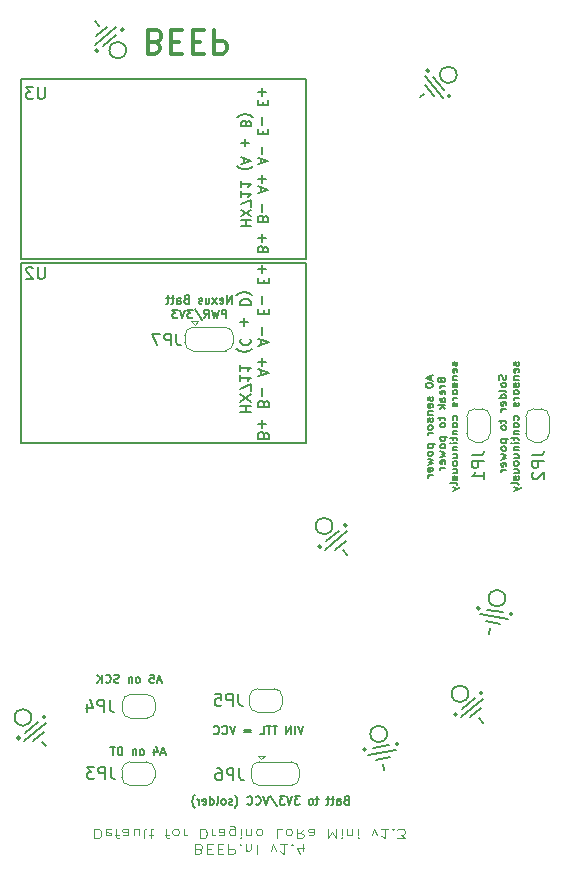
<source format=gbo>
G04 #@! TF.GenerationSoftware,KiCad,Pcbnew,(5.0.0-3-g5ebb6b6)*
G04 #@! TF.CreationDate,2018-08-17T21:51:14+02:00*
G04 #@! TF.ProjectId,beep-pcb-v1.4-in-cover,626565702D7063622D76312E342D696E,rev?*
G04 #@! TF.SameCoordinates,Original*
G04 #@! TF.FileFunction,Legend,Bot*
G04 #@! TF.FilePolarity,Positive*
%FSLAX46Y46*%
G04 Gerber Fmt 4.6, Leading zero omitted, Abs format (unit mm)*
G04 Created by KiCad (PCBNEW (5.0.0-3-g5ebb6b6)) date 2018 August 17, Friday 21:51:14*
%MOMM*%
%LPD*%
G01*
G04 APERTURE LIST*
%ADD10C,0.150000*%
%ADD11C,0.175000*%
%ADD12C,0.200000*%
%ADD13C,0.300000*%
%ADD14C,0.125000*%
%ADD15C,0.120000*%
G04 APERTURE END LIST*
D10*
X95346666Y-91456666D02*
X95346666Y-90756666D01*
X94946666Y-91456666D01*
X94946666Y-90756666D01*
X94346666Y-91423333D02*
X94413333Y-91456666D01*
X94546666Y-91456666D01*
X94613333Y-91423333D01*
X94646666Y-91356666D01*
X94646666Y-91090000D01*
X94613333Y-91023333D01*
X94546666Y-90990000D01*
X94413333Y-90990000D01*
X94346666Y-91023333D01*
X94313333Y-91090000D01*
X94313333Y-91156666D01*
X94646666Y-91223333D01*
X94080000Y-91456666D02*
X93713333Y-90990000D01*
X94080000Y-90990000D02*
X93713333Y-91456666D01*
X93146666Y-90990000D02*
X93146666Y-91456666D01*
X93446666Y-90990000D02*
X93446666Y-91356666D01*
X93413333Y-91423333D01*
X93346666Y-91456666D01*
X93246666Y-91456666D01*
X93180000Y-91423333D01*
X93146666Y-91390000D01*
X92846666Y-91423333D02*
X92780000Y-91456666D01*
X92646666Y-91456666D01*
X92580000Y-91423333D01*
X92546666Y-91356666D01*
X92546666Y-91323333D01*
X92580000Y-91256666D01*
X92646666Y-91223333D01*
X92746666Y-91223333D01*
X92813333Y-91190000D01*
X92846666Y-91123333D01*
X92846666Y-91090000D01*
X92813333Y-91023333D01*
X92746666Y-90990000D01*
X92646666Y-90990000D01*
X92580000Y-91023333D01*
X91480000Y-91090000D02*
X91380000Y-91123333D01*
X91346666Y-91156666D01*
X91313333Y-91223333D01*
X91313333Y-91323333D01*
X91346666Y-91390000D01*
X91380000Y-91423333D01*
X91446666Y-91456666D01*
X91713333Y-91456666D01*
X91713333Y-90756666D01*
X91480000Y-90756666D01*
X91413333Y-90790000D01*
X91380000Y-90823333D01*
X91346666Y-90890000D01*
X91346666Y-90956666D01*
X91380000Y-91023333D01*
X91413333Y-91056666D01*
X91480000Y-91090000D01*
X91713333Y-91090000D01*
X90713333Y-91456666D02*
X90713333Y-91090000D01*
X90746666Y-91023333D01*
X90813333Y-90990000D01*
X90946666Y-90990000D01*
X91013333Y-91023333D01*
X90713333Y-91423333D02*
X90780000Y-91456666D01*
X90946666Y-91456666D01*
X91013333Y-91423333D01*
X91046666Y-91356666D01*
X91046666Y-91290000D01*
X91013333Y-91223333D01*
X90946666Y-91190000D01*
X90780000Y-91190000D01*
X90713333Y-91156666D01*
X90480000Y-90990000D02*
X90213333Y-90990000D01*
X90380000Y-90756666D02*
X90380000Y-91356666D01*
X90346666Y-91423333D01*
X90280000Y-91456666D01*
X90213333Y-91456666D01*
X90080000Y-90990000D02*
X89813333Y-90990000D01*
X89980000Y-90756666D02*
X89980000Y-91356666D01*
X89946666Y-91423333D01*
X89880000Y-91456666D01*
X89813333Y-91456666D01*
X94896666Y-92656666D02*
X94896666Y-91956666D01*
X94630000Y-91956666D01*
X94563333Y-91990000D01*
X94530000Y-92023333D01*
X94496666Y-92090000D01*
X94496666Y-92190000D01*
X94530000Y-92256666D01*
X94563333Y-92290000D01*
X94630000Y-92323333D01*
X94896666Y-92323333D01*
X94263333Y-91956666D02*
X94096666Y-92656666D01*
X93963333Y-92156666D01*
X93830000Y-92656666D01*
X93663333Y-91956666D01*
X92996666Y-92656666D02*
X93230000Y-92323333D01*
X93396666Y-92656666D02*
X93396666Y-91956666D01*
X93130000Y-91956666D01*
X93063333Y-91990000D01*
X93030000Y-92023333D01*
X92996666Y-92090000D01*
X92996666Y-92190000D01*
X93030000Y-92256666D01*
X93063333Y-92290000D01*
X93130000Y-92323333D01*
X93396666Y-92323333D01*
X92196666Y-91923333D02*
X92796666Y-92823333D01*
X92030000Y-91956666D02*
X91596666Y-91956666D01*
X91830000Y-92223333D01*
X91730000Y-92223333D01*
X91663333Y-92256666D01*
X91630000Y-92290000D01*
X91596666Y-92356666D01*
X91596666Y-92523333D01*
X91630000Y-92590000D01*
X91663333Y-92623333D01*
X91730000Y-92656666D01*
X91930000Y-92656666D01*
X91996666Y-92623333D01*
X92030000Y-92590000D01*
X91396666Y-91956666D02*
X91163333Y-92656666D01*
X90930000Y-91956666D01*
X90763333Y-91956666D02*
X90330000Y-91956666D01*
X90563333Y-92223333D01*
X90463333Y-92223333D01*
X90396666Y-92256666D01*
X90363333Y-92290000D01*
X90330000Y-92356666D01*
X90330000Y-92523333D01*
X90363333Y-92590000D01*
X90396666Y-92623333D01*
X90463333Y-92656666D01*
X90663333Y-92656666D01*
X90730000Y-92623333D01*
X90763333Y-92590000D01*
D11*
X105030000Y-133490000D02*
X104930000Y-133523333D01*
X104896666Y-133556666D01*
X104863333Y-133623333D01*
X104863333Y-133723333D01*
X104896666Y-133790000D01*
X104930000Y-133823333D01*
X104996666Y-133856666D01*
X105263333Y-133856666D01*
X105263333Y-133156666D01*
X105030000Y-133156666D01*
X104963333Y-133190000D01*
X104930000Y-133223333D01*
X104896666Y-133290000D01*
X104896666Y-133356666D01*
X104930000Y-133423333D01*
X104963333Y-133456666D01*
X105030000Y-133490000D01*
X105263333Y-133490000D01*
X104263333Y-133856666D02*
X104263333Y-133490000D01*
X104296666Y-133423333D01*
X104363333Y-133390000D01*
X104496666Y-133390000D01*
X104563333Y-133423333D01*
X104263333Y-133823333D02*
X104330000Y-133856666D01*
X104496666Y-133856666D01*
X104563333Y-133823333D01*
X104596666Y-133756666D01*
X104596666Y-133690000D01*
X104563333Y-133623333D01*
X104496666Y-133590000D01*
X104330000Y-133590000D01*
X104263333Y-133556666D01*
X104030000Y-133390000D02*
X103763333Y-133390000D01*
X103930000Y-133156666D02*
X103930000Y-133756666D01*
X103896666Y-133823333D01*
X103830000Y-133856666D01*
X103763333Y-133856666D01*
X103630000Y-133390000D02*
X103363333Y-133390000D01*
X103530000Y-133156666D02*
X103530000Y-133756666D01*
X103496666Y-133823333D01*
X103430000Y-133856666D01*
X103363333Y-133856666D01*
X102696666Y-133390000D02*
X102430000Y-133390000D01*
X102596666Y-133156666D02*
X102596666Y-133756666D01*
X102563333Y-133823333D01*
X102496666Y-133856666D01*
X102430000Y-133856666D01*
X102096666Y-133856666D02*
X102163333Y-133823333D01*
X102196666Y-133790000D01*
X102230000Y-133723333D01*
X102230000Y-133523333D01*
X102196666Y-133456666D01*
X102163333Y-133423333D01*
X102096666Y-133390000D01*
X101996666Y-133390000D01*
X101930000Y-133423333D01*
X101896666Y-133456666D01*
X101863333Y-133523333D01*
X101863333Y-133723333D01*
X101896666Y-133790000D01*
X101930000Y-133823333D01*
X101996666Y-133856666D01*
X102096666Y-133856666D01*
X101096666Y-133156666D02*
X100663333Y-133156666D01*
X100896666Y-133423333D01*
X100796666Y-133423333D01*
X100730000Y-133456666D01*
X100696666Y-133490000D01*
X100663333Y-133556666D01*
X100663333Y-133723333D01*
X100696666Y-133790000D01*
X100730000Y-133823333D01*
X100796666Y-133856666D01*
X100996666Y-133856666D01*
X101063333Y-133823333D01*
X101096666Y-133790000D01*
X100463333Y-133156666D02*
X100230000Y-133856666D01*
X99996666Y-133156666D01*
X99830000Y-133156666D02*
X99396666Y-133156666D01*
X99630000Y-133423333D01*
X99530000Y-133423333D01*
X99463333Y-133456666D01*
X99430000Y-133490000D01*
X99396666Y-133556666D01*
X99396666Y-133723333D01*
X99430000Y-133790000D01*
X99463333Y-133823333D01*
X99530000Y-133856666D01*
X99730000Y-133856666D01*
X99796666Y-133823333D01*
X99830000Y-133790000D01*
X98596666Y-133123333D02*
X99196666Y-134023333D01*
X98463333Y-133156666D02*
X98230000Y-133856666D01*
X97996666Y-133156666D01*
X97363333Y-133790000D02*
X97396666Y-133823333D01*
X97496666Y-133856666D01*
X97563333Y-133856666D01*
X97663333Y-133823333D01*
X97730000Y-133756666D01*
X97763333Y-133690000D01*
X97796666Y-133556666D01*
X97796666Y-133456666D01*
X97763333Y-133323333D01*
X97730000Y-133256666D01*
X97663333Y-133190000D01*
X97563333Y-133156666D01*
X97496666Y-133156666D01*
X97396666Y-133190000D01*
X97363333Y-133223333D01*
X96663333Y-133790000D02*
X96696666Y-133823333D01*
X96796666Y-133856666D01*
X96863333Y-133856666D01*
X96963333Y-133823333D01*
X97030000Y-133756666D01*
X97063333Y-133690000D01*
X97096666Y-133556666D01*
X97096666Y-133456666D01*
X97063333Y-133323333D01*
X97030000Y-133256666D01*
X96963333Y-133190000D01*
X96863333Y-133156666D01*
X96796666Y-133156666D01*
X96696666Y-133190000D01*
X96663333Y-133223333D01*
X95630000Y-134123333D02*
X95663333Y-134090000D01*
X95730000Y-133990000D01*
X95763333Y-133923333D01*
X95796666Y-133823333D01*
X95830000Y-133656666D01*
X95830000Y-133523333D01*
X95796666Y-133356666D01*
X95763333Y-133256666D01*
X95730000Y-133190000D01*
X95663333Y-133090000D01*
X95630000Y-133056666D01*
X95396666Y-133823333D02*
X95330000Y-133856666D01*
X95196666Y-133856666D01*
X95130000Y-133823333D01*
X95096666Y-133756666D01*
X95096666Y-133723333D01*
X95130000Y-133656666D01*
X95196666Y-133623333D01*
X95296666Y-133623333D01*
X95363333Y-133590000D01*
X95396666Y-133523333D01*
X95396666Y-133490000D01*
X95363333Y-133423333D01*
X95296666Y-133390000D01*
X95196666Y-133390000D01*
X95130000Y-133423333D01*
X94696666Y-133856666D02*
X94763333Y-133823333D01*
X94796666Y-133790000D01*
X94830000Y-133723333D01*
X94830000Y-133523333D01*
X94796666Y-133456666D01*
X94763333Y-133423333D01*
X94696666Y-133390000D01*
X94596666Y-133390000D01*
X94530000Y-133423333D01*
X94496666Y-133456666D01*
X94463333Y-133523333D01*
X94463333Y-133723333D01*
X94496666Y-133790000D01*
X94530000Y-133823333D01*
X94596666Y-133856666D01*
X94696666Y-133856666D01*
X94063333Y-133856666D02*
X94130000Y-133823333D01*
X94163333Y-133756666D01*
X94163333Y-133156666D01*
X93496666Y-133856666D02*
X93496666Y-133156666D01*
X93496666Y-133823333D02*
X93563333Y-133856666D01*
X93696666Y-133856666D01*
X93763333Y-133823333D01*
X93796666Y-133790000D01*
X93830000Y-133723333D01*
X93830000Y-133523333D01*
X93796666Y-133456666D01*
X93763333Y-133423333D01*
X93696666Y-133390000D01*
X93563333Y-133390000D01*
X93496666Y-133423333D01*
X92896666Y-133823333D02*
X92963333Y-133856666D01*
X93096666Y-133856666D01*
X93163333Y-133823333D01*
X93196666Y-133756666D01*
X93196666Y-133490000D01*
X93163333Y-133423333D01*
X93096666Y-133390000D01*
X92963333Y-133390000D01*
X92896666Y-133423333D01*
X92863333Y-133490000D01*
X92863333Y-133556666D01*
X93196666Y-133623333D01*
X92563333Y-133856666D02*
X92563333Y-133390000D01*
X92563333Y-133523333D02*
X92530000Y-133456666D01*
X92496666Y-133423333D01*
X92430000Y-133390000D01*
X92363333Y-133390000D01*
X92196666Y-134123333D02*
X92163333Y-134090000D01*
X92096666Y-133990000D01*
X92063333Y-133923333D01*
X92030000Y-133823333D01*
X91996666Y-133656666D01*
X91996666Y-133523333D01*
X92030000Y-133356666D01*
X92063333Y-133256666D01*
X92096666Y-133190000D01*
X92163333Y-133090000D01*
X92196666Y-133056666D01*
D12*
X105116588Y-110736559D02*
X103278081Y-112279249D01*
X104412171Y-110674930D02*
X103339710Y-111574833D01*
X104978355Y-111505253D02*
X104059102Y-112276598D01*
X105089822Y-110224979D02*
G75*
G03X105089822Y-110224979I-141420J0D01*
G01*
X102944899Y-112024785D02*
G75*
G03X102944899Y-112024785I-141420J0D01*
G01*
X104763518Y-112338227D02*
X105084912Y-112721250D01*
X103875980Y-110282233D02*
G75*
G03X103875980Y-110282233I-707107J0D01*
G01*
X78912171Y-126874930D02*
X77839710Y-127774833D01*
X79478355Y-127705253D02*
X78559102Y-128476598D01*
X77444899Y-128224785D02*
G75*
G03X77444899Y-128224785I-141420J0D01*
G01*
X78375980Y-126482233D02*
G75*
G03X78375980Y-126482233I-707107J0D01*
G01*
X79589822Y-126424979D02*
G75*
G03X79589822Y-126424979I-141420J0D01*
G01*
X79616588Y-126936559D02*
X77778081Y-128479249D01*
X79263518Y-128538227D02*
X79584912Y-128921250D01*
X116372278Y-117234207D02*
G75*
G03X116372278Y-117234207I-141421J0D01*
G01*
X118507706Y-116394024D02*
G75*
G03X118507706Y-116394024I-707107J0D01*
G01*
X117250635Y-118937162D02*
X117163810Y-119429565D01*
X119129738Y-117720421D02*
G75*
G03X119129738Y-117720421I-141420J0D01*
G01*
X118704533Y-118178096D02*
X116340994Y-117761340D01*
X118298953Y-117598867D02*
X116920223Y-117355761D01*
X118026825Y-118566310D02*
X116845056Y-118357933D01*
X108665335Y-128849832D02*
X107286605Y-129092940D01*
X108740503Y-129852004D02*
X107558734Y-130060382D01*
X106738659Y-129214494D02*
G75*
G03X106738659Y-129214494I-141420J0D01*
G01*
X108492061Y-127888097D02*
G75*
G03X108492061Y-127888097I-707106J0D01*
G01*
X109496120Y-128728278D02*
G75*
G03X109496120Y-128728278I-141420J0D01*
G01*
X109244563Y-129255412D02*
X106881024Y-129672168D01*
X108137962Y-130465963D02*
X108224785Y-130958367D01*
X114444899Y-126224785D02*
G75*
G03X114444899Y-126224785I-141420J0D01*
G01*
X115375980Y-124482233D02*
G75*
G03X115375980Y-124482233I-707107J0D01*
G01*
X115912171Y-124874930D02*
X114839710Y-125774833D01*
X116478355Y-125705253D02*
X115559102Y-126476598D01*
X116616588Y-124936559D02*
X114778081Y-126479249D01*
X116263518Y-126538227D02*
X116584912Y-126921250D01*
X116589822Y-124424979D02*
G75*
G03X116589822Y-124424979I-141420J0D01*
G01*
X112464747Y-73888355D02*
X111693402Y-72969102D01*
X113233441Y-74026588D02*
X111690751Y-72188081D01*
X113295070Y-73322171D02*
X112395167Y-72249710D01*
X114394874Y-72078873D02*
G75*
G03X114394874Y-72078873I-707107J0D01*
G01*
X112086635Y-71713479D02*
G75*
G03X112086635Y-71713479I-141420J0D01*
G01*
X111631773Y-73673518D02*
X111248750Y-73994912D01*
X113886441Y-73858402D02*
G75*
G03X113886441Y-73858402I-141420J0D01*
G01*
X84058422Y-70048767D02*
G75*
G03X84058422Y-70048767I-141420J0D01*
G01*
X84101886Y-67935519D02*
X83780492Y-67552496D01*
X86403638Y-69991513D02*
G75*
G03X86403638Y-69991513I-707107J0D01*
G01*
X83748816Y-69537187D02*
X85587323Y-67994497D01*
X83887049Y-68768493D02*
X84806302Y-67997148D01*
X86203345Y-68248961D02*
G75*
G03X86203345Y-68248961I-141420J0D01*
G01*
X84453233Y-69598816D02*
X85525694Y-68698913D01*
D13*
X88883653Y-69321176D02*
X89169367Y-69225938D01*
X89264605Y-69130699D01*
X89359843Y-68940223D01*
X89359843Y-68654509D01*
X89264605Y-68464033D01*
X89169367Y-68368795D01*
X88978891Y-68273557D01*
X88216986Y-68273557D01*
X88216986Y-70273557D01*
X88883653Y-70273557D01*
X89074129Y-70178319D01*
X89169367Y-70083080D01*
X89264605Y-69892604D01*
X89264605Y-69702128D01*
X89169367Y-69511652D01*
X89074129Y-69416414D01*
X88883653Y-69321176D01*
X88216986Y-69321176D01*
X90216986Y-69321176D02*
X90883653Y-69321176D01*
X91169367Y-68273557D02*
X90216986Y-68273557D01*
X90216986Y-70273557D01*
X91169367Y-70273557D01*
X92026510Y-69321176D02*
X92693177Y-69321176D01*
X92978891Y-68273557D02*
X92026510Y-68273557D01*
X92026510Y-70273557D01*
X92978891Y-70273557D01*
X93836034Y-68273557D02*
X93836034Y-70273557D01*
X94597939Y-70273557D01*
X94788415Y-70178319D01*
X94883653Y-70083080D01*
X94978891Y-69892604D01*
X94978891Y-69606890D01*
X94883653Y-69416414D01*
X94788415Y-69321176D01*
X94597939Y-69225938D01*
X93836034Y-69225938D01*
D10*
X118547857Y-97473333D02*
X118576428Y-97573333D01*
X118576428Y-97740000D01*
X118547857Y-97806666D01*
X118519285Y-97840000D01*
X118462142Y-97873333D01*
X118405000Y-97873333D01*
X118347857Y-97840000D01*
X118319285Y-97806666D01*
X118290714Y-97740000D01*
X118262142Y-97606666D01*
X118233571Y-97540000D01*
X118205000Y-97506666D01*
X118147857Y-97473333D01*
X118090714Y-97473333D01*
X118033571Y-97506666D01*
X118005000Y-97540000D01*
X117976428Y-97606666D01*
X117976428Y-97773333D01*
X118005000Y-97873333D01*
X118576428Y-98273333D02*
X118547857Y-98206666D01*
X118519285Y-98173333D01*
X118462142Y-98140000D01*
X118290714Y-98140000D01*
X118233571Y-98173333D01*
X118205000Y-98206666D01*
X118176428Y-98273333D01*
X118176428Y-98373333D01*
X118205000Y-98440000D01*
X118233571Y-98473333D01*
X118290714Y-98506666D01*
X118462142Y-98506666D01*
X118519285Y-98473333D01*
X118547857Y-98440000D01*
X118576428Y-98373333D01*
X118576428Y-98273333D01*
X118576428Y-98906666D02*
X118547857Y-98840000D01*
X118490714Y-98806666D01*
X117976428Y-98806666D01*
X118576428Y-99473333D02*
X117976428Y-99473333D01*
X118547857Y-99473333D02*
X118576428Y-99406666D01*
X118576428Y-99273333D01*
X118547857Y-99206666D01*
X118519285Y-99173333D01*
X118462142Y-99140000D01*
X118290714Y-99140000D01*
X118233571Y-99173333D01*
X118205000Y-99206666D01*
X118176428Y-99273333D01*
X118176428Y-99406666D01*
X118205000Y-99473333D01*
X118547857Y-100073333D02*
X118576428Y-100006666D01*
X118576428Y-99873333D01*
X118547857Y-99806666D01*
X118490714Y-99773333D01*
X118262142Y-99773333D01*
X118205000Y-99806666D01*
X118176428Y-99873333D01*
X118176428Y-100006666D01*
X118205000Y-100073333D01*
X118262142Y-100106666D01*
X118319285Y-100106666D01*
X118376428Y-99773333D01*
X118576428Y-100406666D02*
X118176428Y-100406666D01*
X118290714Y-100406666D02*
X118233571Y-100440000D01*
X118205000Y-100473333D01*
X118176428Y-100540000D01*
X118176428Y-100606666D01*
X118176428Y-101273333D02*
X118176428Y-101540000D01*
X117976428Y-101373333D02*
X118490714Y-101373333D01*
X118547857Y-101406666D01*
X118576428Y-101473333D01*
X118576428Y-101540000D01*
X118576428Y-101873333D02*
X118547857Y-101806666D01*
X118519285Y-101773333D01*
X118462142Y-101740000D01*
X118290714Y-101740000D01*
X118233571Y-101773333D01*
X118205000Y-101806666D01*
X118176428Y-101873333D01*
X118176428Y-101973333D01*
X118205000Y-102040000D01*
X118233571Y-102073333D01*
X118290714Y-102106666D01*
X118462142Y-102106666D01*
X118519285Y-102073333D01*
X118547857Y-102040000D01*
X118576428Y-101973333D01*
X118576428Y-101873333D01*
X118176428Y-102940000D02*
X118776428Y-102940000D01*
X118205000Y-102940000D02*
X118176428Y-103006666D01*
X118176428Y-103140000D01*
X118205000Y-103206666D01*
X118233571Y-103240000D01*
X118290714Y-103273333D01*
X118462142Y-103273333D01*
X118519285Y-103240000D01*
X118547857Y-103206666D01*
X118576428Y-103140000D01*
X118576428Y-103006666D01*
X118547857Y-102940000D01*
X118576428Y-103673333D02*
X118547857Y-103606666D01*
X118519285Y-103573333D01*
X118462142Y-103540000D01*
X118290714Y-103540000D01*
X118233571Y-103573333D01*
X118205000Y-103606666D01*
X118176428Y-103673333D01*
X118176428Y-103773333D01*
X118205000Y-103840000D01*
X118233571Y-103873333D01*
X118290714Y-103906666D01*
X118462142Y-103906666D01*
X118519285Y-103873333D01*
X118547857Y-103840000D01*
X118576428Y-103773333D01*
X118576428Y-103673333D01*
X118176428Y-104140000D02*
X118576428Y-104273333D01*
X118290714Y-104406666D01*
X118576428Y-104540000D01*
X118176428Y-104673333D01*
X118547857Y-105206666D02*
X118576428Y-105140000D01*
X118576428Y-105006666D01*
X118547857Y-104940000D01*
X118490714Y-104906666D01*
X118262142Y-104906666D01*
X118205000Y-104940000D01*
X118176428Y-105006666D01*
X118176428Y-105140000D01*
X118205000Y-105206666D01*
X118262142Y-105240000D01*
X118319285Y-105240000D01*
X118376428Y-104906666D01*
X118576428Y-105540000D02*
X118176428Y-105540000D01*
X118290714Y-105540000D02*
X118233571Y-105573333D01*
X118205000Y-105606666D01*
X118176428Y-105673333D01*
X118176428Y-105740000D01*
X119597857Y-96406666D02*
X119626428Y-96473333D01*
X119626428Y-96606666D01*
X119597857Y-96673333D01*
X119540714Y-96706666D01*
X119512142Y-96706666D01*
X119455000Y-96673333D01*
X119426428Y-96606666D01*
X119426428Y-96506666D01*
X119397857Y-96440000D01*
X119340714Y-96406666D01*
X119312142Y-96406666D01*
X119255000Y-96440000D01*
X119226428Y-96506666D01*
X119226428Y-96606666D01*
X119255000Y-96673333D01*
X119597857Y-97273333D02*
X119626428Y-97206666D01*
X119626428Y-97073333D01*
X119597857Y-97006666D01*
X119540714Y-96973333D01*
X119312142Y-96973333D01*
X119255000Y-97006666D01*
X119226428Y-97073333D01*
X119226428Y-97206666D01*
X119255000Y-97273333D01*
X119312142Y-97306666D01*
X119369285Y-97306666D01*
X119426428Y-96973333D01*
X119226428Y-97606666D02*
X119626428Y-97606666D01*
X119283571Y-97606666D02*
X119255000Y-97640000D01*
X119226428Y-97706666D01*
X119226428Y-97806666D01*
X119255000Y-97873333D01*
X119312142Y-97906666D01*
X119626428Y-97906666D01*
X119597857Y-98206666D02*
X119626428Y-98273333D01*
X119626428Y-98406666D01*
X119597857Y-98473333D01*
X119540714Y-98506666D01*
X119512142Y-98506666D01*
X119455000Y-98473333D01*
X119426428Y-98406666D01*
X119426428Y-98306666D01*
X119397857Y-98240000D01*
X119340714Y-98206666D01*
X119312142Y-98206666D01*
X119255000Y-98240000D01*
X119226428Y-98306666D01*
X119226428Y-98406666D01*
X119255000Y-98473333D01*
X119626428Y-98906666D02*
X119597857Y-98840000D01*
X119569285Y-98806666D01*
X119512142Y-98773333D01*
X119340714Y-98773333D01*
X119283571Y-98806666D01*
X119255000Y-98840000D01*
X119226428Y-98906666D01*
X119226428Y-99006666D01*
X119255000Y-99073333D01*
X119283571Y-99106666D01*
X119340714Y-99140000D01*
X119512142Y-99140000D01*
X119569285Y-99106666D01*
X119597857Y-99073333D01*
X119626428Y-99006666D01*
X119626428Y-98906666D01*
X119626428Y-99440000D02*
X119226428Y-99440000D01*
X119340714Y-99440000D02*
X119283571Y-99473333D01*
X119255000Y-99506666D01*
X119226428Y-99573333D01*
X119226428Y-99640000D01*
X119597857Y-99840000D02*
X119626428Y-99906666D01*
X119626428Y-100040000D01*
X119597857Y-100106666D01*
X119540714Y-100140000D01*
X119512142Y-100140000D01*
X119455000Y-100106666D01*
X119426428Y-100040000D01*
X119426428Y-99940000D01*
X119397857Y-99873333D01*
X119340714Y-99840000D01*
X119312142Y-99840000D01*
X119255000Y-99873333D01*
X119226428Y-99940000D01*
X119226428Y-100040000D01*
X119255000Y-100106666D01*
X119597857Y-101273333D02*
X119626428Y-101206666D01*
X119626428Y-101073333D01*
X119597857Y-101006666D01*
X119569285Y-100973333D01*
X119512142Y-100940000D01*
X119340714Y-100940000D01*
X119283571Y-100973333D01*
X119255000Y-101006666D01*
X119226428Y-101073333D01*
X119226428Y-101206666D01*
X119255000Y-101273333D01*
X119626428Y-101673333D02*
X119597857Y-101606666D01*
X119569285Y-101573333D01*
X119512142Y-101540000D01*
X119340714Y-101540000D01*
X119283571Y-101573333D01*
X119255000Y-101606666D01*
X119226428Y-101673333D01*
X119226428Y-101773333D01*
X119255000Y-101840000D01*
X119283571Y-101873333D01*
X119340714Y-101906666D01*
X119512142Y-101906666D01*
X119569285Y-101873333D01*
X119597857Y-101840000D01*
X119626428Y-101773333D01*
X119626428Y-101673333D01*
X119226428Y-102206666D02*
X119626428Y-102206666D01*
X119283571Y-102206666D02*
X119255000Y-102240000D01*
X119226428Y-102306666D01*
X119226428Y-102406666D01*
X119255000Y-102473333D01*
X119312142Y-102506666D01*
X119626428Y-102506666D01*
X119226428Y-102740000D02*
X119226428Y-103006666D01*
X119026428Y-102840000D02*
X119540714Y-102840000D01*
X119597857Y-102873333D01*
X119626428Y-102940000D01*
X119626428Y-103006666D01*
X119626428Y-103240000D02*
X119226428Y-103240000D01*
X119026428Y-103240000D02*
X119055000Y-103206666D01*
X119083571Y-103240000D01*
X119055000Y-103273333D01*
X119026428Y-103240000D01*
X119083571Y-103240000D01*
X119226428Y-103573333D02*
X119626428Y-103573333D01*
X119283571Y-103573333D02*
X119255000Y-103606666D01*
X119226428Y-103673333D01*
X119226428Y-103773333D01*
X119255000Y-103840000D01*
X119312142Y-103873333D01*
X119626428Y-103873333D01*
X119226428Y-104506666D02*
X119626428Y-104506666D01*
X119226428Y-104206666D02*
X119540714Y-104206666D01*
X119597857Y-104240000D01*
X119626428Y-104306666D01*
X119626428Y-104406666D01*
X119597857Y-104473333D01*
X119569285Y-104506666D01*
X119626428Y-104940000D02*
X119597857Y-104873333D01*
X119569285Y-104840000D01*
X119512142Y-104806666D01*
X119340714Y-104806666D01*
X119283571Y-104840000D01*
X119255000Y-104873333D01*
X119226428Y-104940000D01*
X119226428Y-105040000D01*
X119255000Y-105106666D01*
X119283571Y-105140000D01*
X119340714Y-105173333D01*
X119512142Y-105173333D01*
X119569285Y-105140000D01*
X119597857Y-105106666D01*
X119626428Y-105040000D01*
X119626428Y-104940000D01*
X119226428Y-105773333D02*
X119626428Y-105773333D01*
X119226428Y-105473333D02*
X119540714Y-105473333D01*
X119597857Y-105506666D01*
X119626428Y-105573333D01*
X119626428Y-105673333D01*
X119597857Y-105740000D01*
X119569285Y-105773333D01*
X119597857Y-106073333D02*
X119626428Y-106140000D01*
X119626428Y-106273333D01*
X119597857Y-106340000D01*
X119540714Y-106373333D01*
X119512142Y-106373333D01*
X119455000Y-106340000D01*
X119426428Y-106273333D01*
X119426428Y-106173333D01*
X119397857Y-106106666D01*
X119340714Y-106073333D01*
X119312142Y-106073333D01*
X119255000Y-106106666D01*
X119226428Y-106173333D01*
X119226428Y-106273333D01*
X119255000Y-106340000D01*
X119626428Y-106773333D02*
X119597857Y-106706666D01*
X119540714Y-106673333D01*
X119026428Y-106673333D01*
X119226428Y-106973333D02*
X119626428Y-107140000D01*
X119226428Y-107306666D02*
X119626428Y-107140000D01*
X119769285Y-107073333D01*
X119797857Y-107040000D01*
X119826428Y-106973333D01*
D14*
X92591904Y-137659642D02*
X92734761Y-137621547D01*
X92782380Y-137583452D01*
X92830000Y-137507261D01*
X92830000Y-137392976D01*
X92782380Y-137316785D01*
X92734761Y-137278690D01*
X92639523Y-137240595D01*
X92258571Y-137240595D01*
X92258571Y-138040595D01*
X92591904Y-138040595D01*
X92687142Y-138002500D01*
X92734761Y-137964404D01*
X92782380Y-137888214D01*
X92782380Y-137812023D01*
X92734761Y-137735833D01*
X92687142Y-137697738D01*
X92591904Y-137659642D01*
X92258571Y-137659642D01*
X93258571Y-137659642D02*
X93591904Y-137659642D01*
X93734761Y-137240595D02*
X93258571Y-137240595D01*
X93258571Y-138040595D01*
X93734761Y-138040595D01*
X94163333Y-137659642D02*
X94496666Y-137659642D01*
X94639523Y-137240595D02*
X94163333Y-137240595D01*
X94163333Y-138040595D01*
X94639523Y-138040595D01*
X95068095Y-137240595D02*
X95068095Y-138040595D01*
X95449047Y-138040595D01*
X95544285Y-138002500D01*
X95591904Y-137964404D01*
X95639523Y-137888214D01*
X95639523Y-137773928D01*
X95591904Y-137697738D01*
X95544285Y-137659642D01*
X95449047Y-137621547D01*
X95068095Y-137621547D01*
X96068095Y-137316785D02*
X96115714Y-137278690D01*
X96068095Y-137240595D01*
X96020476Y-137278690D01*
X96068095Y-137316785D01*
X96068095Y-137240595D01*
X96544285Y-137773928D02*
X96544285Y-137240595D01*
X96544285Y-137697738D02*
X96591904Y-137735833D01*
X96687142Y-137773928D01*
X96830000Y-137773928D01*
X96925238Y-137735833D01*
X96972857Y-137659642D01*
X96972857Y-137240595D01*
X97591904Y-137240595D02*
X97496666Y-137278690D01*
X97449047Y-137354880D01*
X97449047Y-138040595D01*
X98639523Y-137773928D02*
X98877619Y-137240595D01*
X99115714Y-137773928D01*
X100020476Y-137240595D02*
X99449047Y-137240595D01*
X99734761Y-137240595D02*
X99734761Y-138040595D01*
X99639523Y-137926309D01*
X99544285Y-137850119D01*
X99449047Y-137812023D01*
X100449047Y-137316785D02*
X100496666Y-137278690D01*
X100449047Y-137240595D01*
X100401428Y-137278690D01*
X100449047Y-137316785D01*
X100449047Y-137240595D01*
X101353809Y-137773928D02*
X101353809Y-137240595D01*
X101115714Y-138078690D02*
X100877619Y-137507261D01*
X101496666Y-137507261D01*
X83710952Y-135915595D02*
X83710952Y-136715595D01*
X83949047Y-136715595D01*
X84091904Y-136677500D01*
X84187142Y-136601309D01*
X84234761Y-136525119D01*
X84282380Y-136372738D01*
X84282380Y-136258452D01*
X84234761Y-136106071D01*
X84187142Y-136029880D01*
X84091904Y-135953690D01*
X83949047Y-135915595D01*
X83710952Y-135915595D01*
X85091904Y-135953690D02*
X84996666Y-135915595D01*
X84806190Y-135915595D01*
X84710952Y-135953690D01*
X84663333Y-136029880D01*
X84663333Y-136334642D01*
X84710952Y-136410833D01*
X84806190Y-136448928D01*
X84996666Y-136448928D01*
X85091904Y-136410833D01*
X85139523Y-136334642D01*
X85139523Y-136258452D01*
X84663333Y-136182261D01*
X85425238Y-136448928D02*
X85806190Y-136448928D01*
X85568095Y-135915595D02*
X85568095Y-136601309D01*
X85615714Y-136677500D01*
X85710952Y-136715595D01*
X85806190Y-136715595D01*
X86568095Y-135915595D02*
X86568095Y-136334642D01*
X86520476Y-136410833D01*
X86425238Y-136448928D01*
X86234761Y-136448928D01*
X86139523Y-136410833D01*
X86568095Y-135953690D02*
X86472857Y-135915595D01*
X86234761Y-135915595D01*
X86139523Y-135953690D01*
X86091904Y-136029880D01*
X86091904Y-136106071D01*
X86139523Y-136182261D01*
X86234761Y-136220357D01*
X86472857Y-136220357D01*
X86568095Y-136258452D01*
X87472857Y-136448928D02*
X87472857Y-135915595D01*
X87044285Y-136448928D02*
X87044285Y-136029880D01*
X87091904Y-135953690D01*
X87187142Y-135915595D01*
X87330000Y-135915595D01*
X87425238Y-135953690D01*
X87472857Y-135991785D01*
X88091904Y-135915595D02*
X87996666Y-135953690D01*
X87949047Y-136029880D01*
X87949047Y-136715595D01*
X88330000Y-136448928D02*
X88710952Y-136448928D01*
X88472857Y-136715595D02*
X88472857Y-136029880D01*
X88520476Y-135953690D01*
X88615714Y-135915595D01*
X88710952Y-135915595D01*
X89663333Y-136448928D02*
X90044285Y-136448928D01*
X89806190Y-135915595D02*
X89806190Y-136601309D01*
X89853809Y-136677500D01*
X89949047Y-136715595D01*
X90044285Y-136715595D01*
X90520476Y-135915595D02*
X90425238Y-135953690D01*
X90377619Y-135991785D01*
X90329999Y-136067976D01*
X90329999Y-136296547D01*
X90377619Y-136372738D01*
X90425238Y-136410833D01*
X90520476Y-136448928D01*
X90663333Y-136448928D01*
X90758571Y-136410833D01*
X90806190Y-136372738D01*
X90853809Y-136296547D01*
X90853809Y-136067976D01*
X90806190Y-135991785D01*
X90758571Y-135953690D01*
X90663333Y-135915595D01*
X90520476Y-135915595D01*
X91282380Y-135915595D02*
X91282380Y-136448928D01*
X91282380Y-136296547D02*
X91329999Y-136372738D01*
X91377619Y-136410833D01*
X91472857Y-136448928D01*
X91568095Y-136448928D01*
X92663333Y-135915595D02*
X92663333Y-136715595D01*
X92901428Y-136715595D01*
X93044285Y-136677500D01*
X93139523Y-136601309D01*
X93187142Y-136525119D01*
X93234761Y-136372738D01*
X93234761Y-136258452D01*
X93187142Y-136106071D01*
X93139523Y-136029880D01*
X93044285Y-135953690D01*
X92901428Y-135915595D01*
X92663333Y-135915595D01*
X93663333Y-135915595D02*
X93663333Y-136448928D01*
X93663333Y-136296547D02*
X93710952Y-136372738D01*
X93758571Y-136410833D01*
X93853809Y-136448928D01*
X93949047Y-136448928D01*
X94710952Y-135915595D02*
X94710952Y-136334642D01*
X94663333Y-136410833D01*
X94568095Y-136448928D01*
X94377619Y-136448928D01*
X94282380Y-136410833D01*
X94710952Y-135953690D02*
X94615714Y-135915595D01*
X94377619Y-135915595D01*
X94282380Y-135953690D01*
X94234761Y-136029880D01*
X94234761Y-136106071D01*
X94282380Y-136182261D01*
X94377619Y-136220357D01*
X94615714Y-136220357D01*
X94710952Y-136258452D01*
X95615714Y-136448928D02*
X95615714Y-135801309D01*
X95568095Y-135725119D01*
X95520476Y-135687023D01*
X95425238Y-135648928D01*
X95282380Y-135648928D01*
X95187142Y-135687023D01*
X95615714Y-135953690D02*
X95520476Y-135915595D01*
X95329999Y-135915595D01*
X95234761Y-135953690D01*
X95187142Y-135991785D01*
X95139523Y-136067976D01*
X95139523Y-136296547D01*
X95187142Y-136372738D01*
X95234761Y-136410833D01*
X95329999Y-136448928D01*
X95520476Y-136448928D01*
X95615714Y-136410833D01*
X96091904Y-135915595D02*
X96091904Y-136448928D01*
X96091904Y-136715595D02*
X96044285Y-136677500D01*
X96091904Y-136639404D01*
X96139523Y-136677500D01*
X96091904Y-136715595D01*
X96091904Y-136639404D01*
X96568095Y-136448928D02*
X96568095Y-135915595D01*
X96568095Y-136372738D02*
X96615714Y-136410833D01*
X96710952Y-136448928D01*
X96853809Y-136448928D01*
X96949047Y-136410833D01*
X96996666Y-136334642D01*
X96996666Y-135915595D01*
X97615714Y-135915595D02*
X97520476Y-135953690D01*
X97472857Y-135991785D01*
X97425238Y-136067976D01*
X97425238Y-136296547D01*
X97472857Y-136372738D01*
X97520476Y-136410833D01*
X97615714Y-136448928D01*
X97758571Y-136448928D01*
X97853809Y-136410833D01*
X97901428Y-136372738D01*
X97949047Y-136296547D01*
X97949047Y-136067976D01*
X97901428Y-135991785D01*
X97853809Y-135953690D01*
X97758571Y-135915595D01*
X97615714Y-135915595D01*
X99615714Y-135915595D02*
X99139523Y-135915595D01*
X99139523Y-136715595D01*
X100091904Y-135915595D02*
X99996666Y-135953690D01*
X99949047Y-135991785D01*
X99901428Y-136067976D01*
X99901428Y-136296547D01*
X99949047Y-136372738D01*
X99996666Y-136410833D01*
X100091904Y-136448928D01*
X100234761Y-136448928D01*
X100329999Y-136410833D01*
X100377619Y-136372738D01*
X100425238Y-136296547D01*
X100425238Y-136067976D01*
X100377619Y-135991785D01*
X100329999Y-135953690D01*
X100234761Y-135915595D01*
X100091904Y-135915595D01*
X101425238Y-135915595D02*
X101091904Y-136296547D01*
X100853809Y-135915595D02*
X100853809Y-136715595D01*
X101234761Y-136715595D01*
X101329999Y-136677500D01*
X101377619Y-136639404D01*
X101425238Y-136563214D01*
X101425238Y-136448928D01*
X101377619Y-136372738D01*
X101329999Y-136334642D01*
X101234761Y-136296547D01*
X100853809Y-136296547D01*
X102282380Y-135915595D02*
X102282380Y-136334642D01*
X102234761Y-136410833D01*
X102139523Y-136448928D01*
X101949047Y-136448928D01*
X101853809Y-136410833D01*
X102282380Y-135953690D02*
X102187142Y-135915595D01*
X101949047Y-135915595D01*
X101853809Y-135953690D01*
X101806190Y-136029880D01*
X101806190Y-136106071D01*
X101853809Y-136182261D01*
X101949047Y-136220357D01*
X102187142Y-136220357D01*
X102282380Y-136258452D01*
X103520476Y-135915595D02*
X103520476Y-136715595D01*
X103853809Y-136144166D01*
X104187142Y-136715595D01*
X104187142Y-135915595D01*
X104663333Y-135915595D02*
X104663333Y-136448928D01*
X104663333Y-136715595D02*
X104615714Y-136677500D01*
X104663333Y-136639404D01*
X104710952Y-136677500D01*
X104663333Y-136715595D01*
X104663333Y-136639404D01*
X105139523Y-136448928D02*
X105139523Y-135915595D01*
X105139523Y-136372738D02*
X105187142Y-136410833D01*
X105282380Y-136448928D01*
X105425238Y-136448928D01*
X105520476Y-136410833D01*
X105568095Y-136334642D01*
X105568095Y-135915595D01*
X106044285Y-135915595D02*
X106044285Y-136448928D01*
X106044285Y-136715595D02*
X105996666Y-136677500D01*
X106044285Y-136639404D01*
X106091904Y-136677500D01*
X106044285Y-136715595D01*
X106044285Y-136639404D01*
X107187142Y-136448928D02*
X107425238Y-135915595D01*
X107663333Y-136448928D01*
X108568095Y-135915595D02*
X107996666Y-135915595D01*
X108282380Y-135915595D02*
X108282380Y-136715595D01*
X108187142Y-136601309D01*
X108091904Y-136525119D01*
X107996666Y-136487023D01*
X108996666Y-135991785D02*
X109044285Y-135953690D01*
X108996666Y-135915595D01*
X108949047Y-135953690D01*
X108996666Y-135991785D01*
X108996666Y-135915595D01*
X109377619Y-136715595D02*
X109996666Y-136715595D01*
X109663333Y-136410833D01*
X109806190Y-136410833D01*
X109901428Y-136372738D01*
X109949047Y-136334642D01*
X109996666Y-136258452D01*
X109996666Y-136067976D01*
X109949047Y-135991785D01*
X109901428Y-135953690D01*
X109806190Y-135915595D01*
X109520476Y-135915595D01*
X109425238Y-135953690D01*
X109377619Y-135991785D01*
D10*
X98044285Y-102568571D02*
X98001428Y-102440000D01*
X97958571Y-102397142D01*
X97872857Y-102354285D01*
X97744285Y-102354285D01*
X97658571Y-102397142D01*
X97615714Y-102440000D01*
X97572857Y-102525714D01*
X97572857Y-102868571D01*
X98472857Y-102868571D01*
X98472857Y-102568571D01*
X98430000Y-102482857D01*
X98387142Y-102440000D01*
X98301428Y-102397142D01*
X98215714Y-102397142D01*
X98130000Y-102440000D01*
X98087142Y-102482857D01*
X98044285Y-102568571D01*
X98044285Y-102868571D01*
X97915714Y-101968571D02*
X97915714Y-101282857D01*
X97572857Y-101625714D02*
X98258571Y-101625714D01*
X98044285Y-99868571D02*
X98001428Y-99740000D01*
X97958571Y-99697142D01*
X97872857Y-99654285D01*
X97744285Y-99654285D01*
X97658571Y-99697142D01*
X97615714Y-99740000D01*
X97572857Y-99825714D01*
X97572857Y-100168571D01*
X98472857Y-100168571D01*
X98472857Y-99868571D01*
X98430000Y-99782857D01*
X98387142Y-99740000D01*
X98301428Y-99697142D01*
X98215714Y-99697142D01*
X98130000Y-99740000D01*
X98087142Y-99782857D01*
X98044285Y-99868571D01*
X98044285Y-100168571D01*
X97915714Y-99268571D02*
X97915714Y-98582857D01*
X97830000Y-97511428D02*
X97830000Y-97082857D01*
X97572857Y-97597142D02*
X98472857Y-97297142D01*
X97572857Y-96997142D01*
X97915714Y-96697142D02*
X97915714Y-96011428D01*
X97572857Y-96354285D02*
X98258571Y-96354285D01*
X97830000Y-94940000D02*
X97830000Y-94511428D01*
X97572857Y-95025714D02*
X98472857Y-94725714D01*
X97572857Y-94425714D01*
X97915714Y-94125714D02*
X97915714Y-93440000D01*
X98044285Y-92325714D02*
X98044285Y-92025714D01*
X97572857Y-91897142D02*
X97572857Y-92325714D01*
X98472857Y-92325714D01*
X98472857Y-91897142D01*
X97915714Y-91511428D02*
X97915714Y-90825714D01*
X98044285Y-89711428D02*
X98044285Y-89411428D01*
X97572857Y-89282857D02*
X97572857Y-89711428D01*
X98472857Y-89711428D01*
X98472857Y-89282857D01*
X97915714Y-88897142D02*
X97915714Y-88211428D01*
X97572857Y-88554285D02*
X98258571Y-88554285D01*
X96072857Y-100597142D02*
X96972857Y-100597142D01*
X96544285Y-100597142D02*
X96544285Y-100082857D01*
X96072857Y-100082857D02*
X96972857Y-100082857D01*
X96972857Y-99740000D02*
X96072857Y-99140000D01*
X96972857Y-99140000D02*
X96072857Y-99740000D01*
X96972857Y-98882857D02*
X96972857Y-98282857D01*
X96072857Y-98668571D01*
X96072857Y-97468571D02*
X96072857Y-97982857D01*
X96072857Y-97725714D02*
X96972857Y-97725714D01*
X96844285Y-97811428D01*
X96758571Y-97897142D01*
X96715714Y-97982857D01*
X96072857Y-96611428D02*
X96072857Y-97125714D01*
X96072857Y-96868571D02*
X96972857Y-96868571D01*
X96844285Y-96954285D01*
X96758571Y-97040000D01*
X96715714Y-97125714D01*
X95730000Y-95282857D02*
X95772857Y-95325714D01*
X95901428Y-95411428D01*
X95987142Y-95454285D01*
X96115714Y-95497142D01*
X96330000Y-95540000D01*
X96501428Y-95540000D01*
X96715714Y-95497142D01*
X96844285Y-95454285D01*
X96930000Y-95411428D01*
X97058571Y-95325714D01*
X97101428Y-95282857D01*
X96158571Y-94425714D02*
X96115714Y-94468571D01*
X96072857Y-94597142D01*
X96072857Y-94682857D01*
X96115714Y-94811428D01*
X96201428Y-94897142D01*
X96287142Y-94940000D01*
X96458571Y-94982857D01*
X96587142Y-94982857D01*
X96758571Y-94940000D01*
X96844285Y-94897142D01*
X96930000Y-94811428D01*
X96972857Y-94682857D01*
X96972857Y-94597142D01*
X96930000Y-94468571D01*
X96887142Y-94425714D01*
X96415714Y-93354285D02*
X96415714Y-92668571D01*
X96072857Y-93011428D02*
X96758571Y-93011428D01*
X96072857Y-91554285D02*
X96972857Y-91554285D01*
X96972857Y-91340000D01*
X96930000Y-91211428D01*
X96844285Y-91125714D01*
X96758571Y-91082857D01*
X96587142Y-91040000D01*
X96458571Y-91040000D01*
X96287142Y-91082857D01*
X96201428Y-91125714D01*
X96115714Y-91211428D01*
X96072857Y-91340000D01*
X96072857Y-91554285D01*
X95730000Y-90740000D02*
X95772857Y-90697142D01*
X95901428Y-90611428D01*
X95987142Y-90568571D01*
X96115714Y-90525714D01*
X96330000Y-90482857D01*
X96501428Y-90482857D01*
X96715714Y-90525714D01*
X96844285Y-90568571D01*
X96930000Y-90611428D01*
X97058571Y-90697142D01*
X97101428Y-90740000D01*
X98003214Y-86778095D02*
X97962738Y-86656666D01*
X97922261Y-86616190D01*
X97841309Y-86575714D01*
X97719880Y-86575714D01*
X97638928Y-86616190D01*
X97598452Y-86656666D01*
X97557976Y-86737619D01*
X97557976Y-87061428D01*
X98407976Y-87061428D01*
X98407976Y-86778095D01*
X98367500Y-86697142D01*
X98327023Y-86656666D01*
X98246071Y-86616190D01*
X98165119Y-86616190D01*
X98084166Y-86656666D01*
X98043690Y-86697142D01*
X98003214Y-86778095D01*
X98003214Y-87061428D01*
X97881785Y-86211428D02*
X97881785Y-85563809D01*
X97557976Y-85887619D02*
X98205595Y-85887619D01*
X98003214Y-84228095D02*
X97962738Y-84106666D01*
X97922261Y-84066190D01*
X97841309Y-84025714D01*
X97719880Y-84025714D01*
X97638928Y-84066190D01*
X97598452Y-84106666D01*
X97557976Y-84187619D01*
X97557976Y-84511428D01*
X98407976Y-84511428D01*
X98407976Y-84228095D01*
X98367500Y-84147142D01*
X98327023Y-84106666D01*
X98246071Y-84066190D01*
X98165119Y-84066190D01*
X98084166Y-84106666D01*
X98043690Y-84147142D01*
X98003214Y-84228095D01*
X98003214Y-84511428D01*
X97881785Y-83661428D02*
X97881785Y-83013809D01*
X97800833Y-82001904D02*
X97800833Y-81597142D01*
X97557976Y-82082857D02*
X98407976Y-81799523D01*
X97557976Y-81516190D01*
X97881785Y-81232857D02*
X97881785Y-80585238D01*
X97557976Y-80909047D02*
X98205595Y-80909047D01*
X97800833Y-79573333D02*
X97800833Y-79168571D01*
X97557976Y-79654285D02*
X98407976Y-79370952D01*
X97557976Y-79087619D01*
X97881785Y-78804285D02*
X97881785Y-78156666D01*
X98003214Y-77104285D02*
X98003214Y-76820952D01*
X97557976Y-76699523D02*
X97557976Y-77104285D01*
X98407976Y-77104285D01*
X98407976Y-76699523D01*
X97881785Y-76335238D02*
X97881785Y-75687619D01*
X98003214Y-74635238D02*
X98003214Y-74351904D01*
X97557976Y-74230476D02*
X97557976Y-74635238D01*
X98407976Y-74635238D01*
X98407976Y-74230476D01*
X97881785Y-73866190D02*
X97881785Y-73218571D01*
X97557976Y-73542380D02*
X98205595Y-73542380D01*
X96132976Y-84855476D02*
X96982976Y-84855476D01*
X96578214Y-84855476D02*
X96578214Y-84369761D01*
X96132976Y-84369761D02*
X96982976Y-84369761D01*
X96982976Y-84045952D02*
X96132976Y-83479285D01*
X96982976Y-83479285D02*
X96132976Y-84045952D01*
X96982976Y-83236428D02*
X96982976Y-82669761D01*
X96132976Y-83034047D01*
X96132976Y-81900714D02*
X96132976Y-82386428D01*
X96132976Y-82143571D02*
X96982976Y-82143571D01*
X96861547Y-82224523D01*
X96780595Y-82305476D01*
X96740119Y-82386428D01*
X96132976Y-81091190D02*
X96132976Y-81576904D01*
X96132976Y-81334047D02*
X96982976Y-81334047D01*
X96861547Y-81415000D01*
X96780595Y-81495952D01*
X96740119Y-81576904D01*
X95809166Y-79836428D02*
X95849642Y-79876904D01*
X95971071Y-79957857D01*
X96052023Y-79998333D01*
X96173452Y-80038809D01*
X96375833Y-80079285D01*
X96537738Y-80079285D01*
X96740119Y-80038809D01*
X96861547Y-79998333D01*
X96942500Y-79957857D01*
X97063928Y-79876904D01*
X97104404Y-79836428D01*
X96375833Y-79553095D02*
X96375833Y-79148333D01*
X96132976Y-79634047D02*
X96982976Y-79350714D01*
X96132976Y-79067380D01*
X96456785Y-78136428D02*
X96456785Y-77488809D01*
X96132976Y-77812619D02*
X96780595Y-77812619D01*
X96578214Y-76153095D02*
X96537738Y-76031666D01*
X96497261Y-75991190D01*
X96416309Y-75950714D01*
X96294880Y-75950714D01*
X96213928Y-75991190D01*
X96173452Y-76031666D01*
X96132976Y-76112619D01*
X96132976Y-76436428D01*
X96982976Y-76436428D01*
X96982976Y-76153095D01*
X96942500Y-76072142D01*
X96902023Y-76031666D01*
X96821071Y-75991190D01*
X96740119Y-75991190D01*
X96659166Y-76031666D01*
X96618690Y-76072142D01*
X96578214Y-76153095D01*
X96578214Y-76436428D01*
X95809166Y-75667380D02*
X95849642Y-75626904D01*
X95971071Y-75545952D01*
X96052023Y-75505476D01*
X96173452Y-75465000D01*
X96375833Y-75424523D01*
X96537738Y-75424523D01*
X96740119Y-75465000D01*
X96861547Y-75505476D01*
X96942500Y-75545952D01*
X97063928Y-75626904D01*
X97104404Y-75667380D01*
X112180000Y-97573333D02*
X112180000Y-97906666D01*
X112351428Y-97506666D02*
X111751428Y-97740000D01*
X112351428Y-97973333D01*
X111751428Y-98340000D02*
X111751428Y-98406666D01*
X111780000Y-98473333D01*
X111808571Y-98506666D01*
X111865714Y-98540000D01*
X111980000Y-98573333D01*
X112122857Y-98573333D01*
X112237142Y-98540000D01*
X112294285Y-98506666D01*
X112322857Y-98473333D01*
X112351428Y-98406666D01*
X112351428Y-98340000D01*
X112322857Y-98273333D01*
X112294285Y-98240000D01*
X112237142Y-98206666D01*
X112122857Y-98173333D01*
X111980000Y-98173333D01*
X111865714Y-98206666D01*
X111808571Y-98240000D01*
X111780000Y-98273333D01*
X111751428Y-98340000D01*
X112322857Y-99373333D02*
X112351428Y-99440000D01*
X112351428Y-99573333D01*
X112322857Y-99640000D01*
X112265714Y-99673333D01*
X112237142Y-99673333D01*
X112180000Y-99640000D01*
X112151428Y-99573333D01*
X112151428Y-99473333D01*
X112122857Y-99406666D01*
X112065714Y-99373333D01*
X112037142Y-99373333D01*
X111980000Y-99406666D01*
X111951428Y-99473333D01*
X111951428Y-99573333D01*
X111980000Y-99640000D01*
X112322857Y-100240000D02*
X112351428Y-100173333D01*
X112351428Y-100040000D01*
X112322857Y-99973333D01*
X112265714Y-99940000D01*
X112037142Y-99940000D01*
X111980000Y-99973333D01*
X111951428Y-100040000D01*
X111951428Y-100173333D01*
X111980000Y-100240000D01*
X112037142Y-100273333D01*
X112094285Y-100273333D01*
X112151428Y-99940000D01*
X111951428Y-100573333D02*
X112351428Y-100573333D01*
X112008571Y-100573333D02*
X111980000Y-100606666D01*
X111951428Y-100673333D01*
X111951428Y-100773333D01*
X111980000Y-100840000D01*
X112037142Y-100873333D01*
X112351428Y-100873333D01*
X112322857Y-101173333D02*
X112351428Y-101240000D01*
X112351428Y-101373333D01*
X112322857Y-101440000D01*
X112265714Y-101473333D01*
X112237142Y-101473333D01*
X112180000Y-101440000D01*
X112151428Y-101373333D01*
X112151428Y-101273333D01*
X112122857Y-101206666D01*
X112065714Y-101173333D01*
X112037142Y-101173333D01*
X111980000Y-101206666D01*
X111951428Y-101273333D01*
X111951428Y-101373333D01*
X111980000Y-101440000D01*
X112351428Y-101873333D02*
X112322857Y-101806666D01*
X112294285Y-101773333D01*
X112237142Y-101740000D01*
X112065714Y-101740000D01*
X112008571Y-101773333D01*
X111980000Y-101806666D01*
X111951428Y-101873333D01*
X111951428Y-101973333D01*
X111980000Y-102040000D01*
X112008571Y-102073333D01*
X112065714Y-102106666D01*
X112237142Y-102106666D01*
X112294285Y-102073333D01*
X112322857Y-102040000D01*
X112351428Y-101973333D01*
X112351428Y-101873333D01*
X112351428Y-102406666D02*
X111951428Y-102406666D01*
X112065714Y-102406666D02*
X112008571Y-102440000D01*
X111980000Y-102473333D01*
X111951428Y-102540000D01*
X111951428Y-102606666D01*
X111951428Y-103373333D02*
X112551428Y-103373333D01*
X111980000Y-103373333D02*
X111951428Y-103440000D01*
X111951428Y-103573333D01*
X111980000Y-103640000D01*
X112008571Y-103673333D01*
X112065714Y-103706666D01*
X112237142Y-103706666D01*
X112294285Y-103673333D01*
X112322857Y-103640000D01*
X112351428Y-103573333D01*
X112351428Y-103440000D01*
X112322857Y-103373333D01*
X112351428Y-104106666D02*
X112322857Y-104040000D01*
X112294285Y-104006666D01*
X112237142Y-103973333D01*
X112065714Y-103973333D01*
X112008571Y-104006666D01*
X111980000Y-104040000D01*
X111951428Y-104106666D01*
X111951428Y-104206666D01*
X111980000Y-104273333D01*
X112008571Y-104306666D01*
X112065714Y-104340000D01*
X112237142Y-104340000D01*
X112294285Y-104306666D01*
X112322857Y-104273333D01*
X112351428Y-104206666D01*
X112351428Y-104106666D01*
X111951428Y-104573333D02*
X112351428Y-104706666D01*
X112065714Y-104840000D01*
X112351428Y-104973333D01*
X111951428Y-105106666D01*
X112322857Y-105640000D02*
X112351428Y-105573333D01*
X112351428Y-105440000D01*
X112322857Y-105373333D01*
X112265714Y-105340000D01*
X112037142Y-105340000D01*
X111980000Y-105373333D01*
X111951428Y-105440000D01*
X111951428Y-105573333D01*
X111980000Y-105640000D01*
X112037142Y-105673333D01*
X112094285Y-105673333D01*
X112151428Y-105340000D01*
X112351428Y-105973333D02*
X111951428Y-105973333D01*
X112065714Y-105973333D02*
X112008571Y-106006666D01*
X111980000Y-106040000D01*
X111951428Y-106106666D01*
X111951428Y-106173333D01*
X113087142Y-97940000D02*
X113115714Y-98040000D01*
X113144285Y-98073333D01*
X113201428Y-98106666D01*
X113287142Y-98106666D01*
X113344285Y-98073333D01*
X113372857Y-98040000D01*
X113401428Y-97973333D01*
X113401428Y-97706666D01*
X112801428Y-97706666D01*
X112801428Y-97940000D01*
X112830000Y-98006666D01*
X112858571Y-98040000D01*
X112915714Y-98073333D01*
X112972857Y-98073333D01*
X113030000Y-98040000D01*
X113058571Y-98006666D01*
X113087142Y-97940000D01*
X113087142Y-97706666D01*
X113401428Y-98406666D02*
X113001428Y-98406666D01*
X113115714Y-98406666D02*
X113058571Y-98440000D01*
X113030000Y-98473333D01*
X113001428Y-98540000D01*
X113001428Y-98606666D01*
X113372857Y-99106666D02*
X113401428Y-99040000D01*
X113401428Y-98906666D01*
X113372857Y-98840000D01*
X113315714Y-98806666D01*
X113087142Y-98806666D01*
X113030000Y-98840000D01*
X113001428Y-98906666D01*
X113001428Y-99040000D01*
X113030000Y-99106666D01*
X113087142Y-99140000D01*
X113144285Y-99140000D01*
X113201428Y-98806666D01*
X113401428Y-99740000D02*
X113087142Y-99740000D01*
X113030000Y-99706666D01*
X113001428Y-99640000D01*
X113001428Y-99506666D01*
X113030000Y-99440000D01*
X113372857Y-99740000D02*
X113401428Y-99673333D01*
X113401428Y-99506666D01*
X113372857Y-99440000D01*
X113315714Y-99406666D01*
X113258571Y-99406666D01*
X113201428Y-99440000D01*
X113172857Y-99506666D01*
X113172857Y-99673333D01*
X113144285Y-99740000D01*
X113401428Y-100073333D02*
X112801428Y-100073333D01*
X113172857Y-100140000D02*
X113401428Y-100340000D01*
X113001428Y-100340000D02*
X113230000Y-100073333D01*
X113001428Y-101073333D02*
X113001428Y-101340000D01*
X112801428Y-101173333D02*
X113315714Y-101173333D01*
X113372857Y-101206666D01*
X113401428Y-101273333D01*
X113401428Y-101340000D01*
X113401428Y-101673333D02*
X113372857Y-101606666D01*
X113344285Y-101573333D01*
X113287142Y-101540000D01*
X113115714Y-101540000D01*
X113058571Y-101573333D01*
X113030000Y-101606666D01*
X113001428Y-101673333D01*
X113001428Y-101773333D01*
X113030000Y-101840000D01*
X113058571Y-101873333D01*
X113115714Y-101906666D01*
X113287142Y-101906666D01*
X113344285Y-101873333D01*
X113372857Y-101840000D01*
X113401428Y-101773333D01*
X113401428Y-101673333D01*
X113001428Y-102740000D02*
X113601428Y-102740000D01*
X113030000Y-102740000D02*
X113001428Y-102806666D01*
X113001428Y-102940000D01*
X113030000Y-103006666D01*
X113058571Y-103040000D01*
X113115714Y-103073333D01*
X113287142Y-103073333D01*
X113344285Y-103040000D01*
X113372857Y-103006666D01*
X113401428Y-102940000D01*
X113401428Y-102806666D01*
X113372857Y-102740000D01*
X113401428Y-103473333D02*
X113372857Y-103406666D01*
X113344285Y-103373333D01*
X113287142Y-103340000D01*
X113115714Y-103340000D01*
X113058571Y-103373333D01*
X113030000Y-103406666D01*
X113001428Y-103473333D01*
X113001428Y-103573333D01*
X113030000Y-103640000D01*
X113058571Y-103673333D01*
X113115714Y-103706666D01*
X113287142Y-103706666D01*
X113344285Y-103673333D01*
X113372857Y-103640000D01*
X113401428Y-103573333D01*
X113401428Y-103473333D01*
X113001428Y-103940000D02*
X113401428Y-104073333D01*
X113115714Y-104206666D01*
X113401428Y-104340000D01*
X113001428Y-104473333D01*
X113372857Y-105006666D02*
X113401428Y-104940000D01*
X113401428Y-104806666D01*
X113372857Y-104740000D01*
X113315714Y-104706666D01*
X113087142Y-104706666D01*
X113030000Y-104740000D01*
X113001428Y-104806666D01*
X113001428Y-104940000D01*
X113030000Y-105006666D01*
X113087142Y-105040000D01*
X113144285Y-105040000D01*
X113201428Y-104706666D01*
X113401428Y-105340000D02*
X113001428Y-105340000D01*
X113115714Y-105340000D02*
X113058571Y-105373333D01*
X113030000Y-105406666D01*
X113001428Y-105473333D01*
X113001428Y-105540000D01*
X114422857Y-96406666D02*
X114451428Y-96473333D01*
X114451428Y-96606666D01*
X114422857Y-96673333D01*
X114365714Y-96706666D01*
X114337142Y-96706666D01*
X114280000Y-96673333D01*
X114251428Y-96606666D01*
X114251428Y-96506666D01*
X114222857Y-96440000D01*
X114165714Y-96406666D01*
X114137142Y-96406666D01*
X114080000Y-96440000D01*
X114051428Y-96506666D01*
X114051428Y-96606666D01*
X114080000Y-96673333D01*
X114422857Y-97273333D02*
X114451428Y-97206666D01*
X114451428Y-97073333D01*
X114422857Y-97006666D01*
X114365714Y-96973333D01*
X114137142Y-96973333D01*
X114080000Y-97006666D01*
X114051428Y-97073333D01*
X114051428Y-97206666D01*
X114080000Y-97273333D01*
X114137142Y-97306666D01*
X114194285Y-97306666D01*
X114251428Y-96973333D01*
X114051428Y-97606666D02*
X114451428Y-97606666D01*
X114108571Y-97606666D02*
X114080000Y-97640000D01*
X114051428Y-97706666D01*
X114051428Y-97806666D01*
X114080000Y-97873333D01*
X114137142Y-97906666D01*
X114451428Y-97906666D01*
X114422857Y-98206666D02*
X114451428Y-98273333D01*
X114451428Y-98406666D01*
X114422857Y-98473333D01*
X114365714Y-98506666D01*
X114337142Y-98506666D01*
X114280000Y-98473333D01*
X114251428Y-98406666D01*
X114251428Y-98306666D01*
X114222857Y-98240000D01*
X114165714Y-98206666D01*
X114137142Y-98206666D01*
X114080000Y-98240000D01*
X114051428Y-98306666D01*
X114051428Y-98406666D01*
X114080000Y-98473333D01*
X114451428Y-98906666D02*
X114422857Y-98840000D01*
X114394285Y-98806666D01*
X114337142Y-98773333D01*
X114165714Y-98773333D01*
X114108571Y-98806666D01*
X114080000Y-98840000D01*
X114051428Y-98906666D01*
X114051428Y-99006666D01*
X114080000Y-99073333D01*
X114108571Y-99106666D01*
X114165714Y-99140000D01*
X114337142Y-99140000D01*
X114394285Y-99106666D01*
X114422857Y-99073333D01*
X114451428Y-99006666D01*
X114451428Y-98906666D01*
X114451428Y-99440000D02*
X114051428Y-99440000D01*
X114165714Y-99440000D02*
X114108571Y-99473333D01*
X114080000Y-99506666D01*
X114051428Y-99573333D01*
X114051428Y-99640000D01*
X114422857Y-99840000D02*
X114451428Y-99906666D01*
X114451428Y-100040000D01*
X114422857Y-100106666D01*
X114365714Y-100140000D01*
X114337142Y-100140000D01*
X114280000Y-100106666D01*
X114251428Y-100040000D01*
X114251428Y-99940000D01*
X114222857Y-99873333D01*
X114165714Y-99840000D01*
X114137142Y-99840000D01*
X114080000Y-99873333D01*
X114051428Y-99940000D01*
X114051428Y-100040000D01*
X114080000Y-100106666D01*
X114422857Y-101273333D02*
X114451428Y-101206666D01*
X114451428Y-101073333D01*
X114422857Y-101006666D01*
X114394285Y-100973333D01*
X114337142Y-100940000D01*
X114165714Y-100940000D01*
X114108571Y-100973333D01*
X114080000Y-101006666D01*
X114051428Y-101073333D01*
X114051428Y-101206666D01*
X114080000Y-101273333D01*
X114451428Y-101673333D02*
X114422857Y-101606666D01*
X114394285Y-101573333D01*
X114337142Y-101540000D01*
X114165714Y-101540000D01*
X114108571Y-101573333D01*
X114080000Y-101606666D01*
X114051428Y-101673333D01*
X114051428Y-101773333D01*
X114080000Y-101840000D01*
X114108571Y-101873333D01*
X114165714Y-101906666D01*
X114337142Y-101906666D01*
X114394285Y-101873333D01*
X114422857Y-101840000D01*
X114451428Y-101773333D01*
X114451428Y-101673333D01*
X114051428Y-102206666D02*
X114451428Y-102206666D01*
X114108571Y-102206666D02*
X114080000Y-102240000D01*
X114051428Y-102306666D01*
X114051428Y-102406666D01*
X114080000Y-102473333D01*
X114137142Y-102506666D01*
X114451428Y-102506666D01*
X114051428Y-102740000D02*
X114051428Y-103006666D01*
X113851428Y-102840000D02*
X114365714Y-102840000D01*
X114422857Y-102873333D01*
X114451428Y-102940000D01*
X114451428Y-103006666D01*
X114451428Y-103240000D02*
X114051428Y-103240000D01*
X113851428Y-103240000D02*
X113880000Y-103206666D01*
X113908571Y-103240000D01*
X113880000Y-103273333D01*
X113851428Y-103240000D01*
X113908571Y-103240000D01*
X114051428Y-103573333D02*
X114451428Y-103573333D01*
X114108571Y-103573333D02*
X114080000Y-103606666D01*
X114051428Y-103673333D01*
X114051428Y-103773333D01*
X114080000Y-103840000D01*
X114137142Y-103873333D01*
X114451428Y-103873333D01*
X114051428Y-104506666D02*
X114451428Y-104506666D01*
X114051428Y-104206666D02*
X114365714Y-104206666D01*
X114422857Y-104240000D01*
X114451428Y-104306666D01*
X114451428Y-104406666D01*
X114422857Y-104473333D01*
X114394285Y-104506666D01*
X114451428Y-104940000D02*
X114422857Y-104873333D01*
X114394285Y-104840000D01*
X114337142Y-104806666D01*
X114165714Y-104806666D01*
X114108571Y-104840000D01*
X114080000Y-104873333D01*
X114051428Y-104940000D01*
X114051428Y-105040000D01*
X114080000Y-105106666D01*
X114108571Y-105140000D01*
X114165714Y-105173333D01*
X114337142Y-105173333D01*
X114394285Y-105140000D01*
X114422857Y-105106666D01*
X114451428Y-105040000D01*
X114451428Y-104940000D01*
X114051428Y-105773333D02*
X114451428Y-105773333D01*
X114051428Y-105473333D02*
X114365714Y-105473333D01*
X114422857Y-105506666D01*
X114451428Y-105573333D01*
X114451428Y-105673333D01*
X114422857Y-105740000D01*
X114394285Y-105773333D01*
X114422857Y-106073333D02*
X114451428Y-106140000D01*
X114451428Y-106273333D01*
X114422857Y-106340000D01*
X114365714Y-106373333D01*
X114337142Y-106373333D01*
X114280000Y-106340000D01*
X114251428Y-106273333D01*
X114251428Y-106173333D01*
X114222857Y-106106666D01*
X114165714Y-106073333D01*
X114137142Y-106073333D01*
X114080000Y-106106666D01*
X114051428Y-106173333D01*
X114051428Y-106273333D01*
X114080000Y-106340000D01*
X114451428Y-106773333D02*
X114422857Y-106706666D01*
X114365714Y-106673333D01*
X113851428Y-106673333D01*
X114051428Y-106973333D02*
X114451428Y-107140000D01*
X114051428Y-107306666D02*
X114451428Y-107140000D01*
X114594285Y-107073333D01*
X114622857Y-107040000D01*
X114651428Y-106973333D01*
G04 #@! TO.C,U2*
X101600000Y-103210000D02*
X101600000Y-87970000D01*
X77470000Y-103210000D02*
X101600000Y-103210000D01*
X77470000Y-87970000D02*
X77470000Y-103210000D01*
X101600000Y-87970000D02*
X77470000Y-87970000D01*
G04 #@! TO.C,U3*
X101600000Y-87630000D02*
X101600000Y-72390000D01*
X77470000Y-87630000D02*
X101600000Y-87630000D01*
X77470000Y-72390000D02*
X77470000Y-87630000D01*
X101600000Y-72390000D02*
X77470000Y-72390000D01*
D15*
G04 #@! TO.C,JP2*
X122230000Y-101040000D02*
G75*
G03X121530000Y-100340000I-700000J0D01*
G01*
X120930000Y-100340000D02*
G75*
G03X120230000Y-101040000I0J-700000D01*
G01*
X120230000Y-102440000D02*
G75*
G03X120930000Y-103140000I700000J0D01*
G01*
X121530000Y-103140000D02*
G75*
G03X122230000Y-102440000I0J700000D01*
G01*
X120930000Y-103140000D02*
X121530000Y-103140000D01*
X120230000Y-101040000D02*
X120230000Y-102440000D01*
X121530000Y-100340000D02*
X120930000Y-100340000D01*
X122230000Y-102440000D02*
X122230000Y-101040000D01*
G04 #@! TO.C,JP1*
X117230000Y-101040000D02*
G75*
G03X116530000Y-100340000I-700000J0D01*
G01*
X115930000Y-100340000D02*
G75*
G03X115230000Y-101040000I0J-700000D01*
G01*
X115230000Y-102440000D02*
G75*
G03X115930000Y-103140000I700000J0D01*
G01*
X116530000Y-103140000D02*
G75*
G03X117230000Y-102440000I0J700000D01*
G01*
X115930000Y-103140000D02*
X116530000Y-103140000D01*
X115230000Y-101040000D02*
X115230000Y-102440000D01*
X116530000Y-100340000D02*
X115930000Y-100340000D01*
X117230000Y-102440000D02*
X117230000Y-101040000D01*
G04 #@! TO.C,JP3*
X88130000Y-132240000D02*
G75*
G03X88830000Y-131540000I0J700000D01*
G01*
X88830000Y-130940000D02*
G75*
G03X88130000Y-130240000I-700000J0D01*
G01*
X86730000Y-130240000D02*
G75*
G03X86030000Y-130940000I0J-700000D01*
G01*
X86030000Y-131540000D02*
G75*
G03X86730000Y-132240000I700000J0D01*
G01*
X86030000Y-130940000D02*
X86030000Y-131540000D01*
X88130000Y-130240000D02*
X86730000Y-130240000D01*
X88830000Y-131540000D02*
X88830000Y-130940000D01*
X86730000Y-132240000D02*
X88130000Y-132240000D01*
G04 #@! TO.C,JP4*
X86780000Y-126540000D02*
X88180000Y-126540000D01*
X88880000Y-125840000D02*
X88880000Y-125240000D01*
X88180000Y-124540000D02*
X86780000Y-124540000D01*
X86080000Y-125240000D02*
X86080000Y-125840000D01*
X86080000Y-125840000D02*
G75*
G03X86780000Y-126540000I700000J0D01*
G01*
X86780000Y-124540000D02*
G75*
G03X86080000Y-125240000I0J-700000D01*
G01*
X88880000Y-125240000D02*
G75*
G03X88180000Y-124540000I-700000J0D01*
G01*
X88180000Y-126540000D02*
G75*
G03X88880000Y-125840000I0J700000D01*
G01*
G04 #@! TO.C,JP5*
X98930000Y-124040000D02*
X97530000Y-124040000D01*
X96830000Y-124740000D02*
X96830000Y-125340000D01*
X97530000Y-126040000D02*
X98930000Y-126040000D01*
X99630000Y-125340000D02*
X99630000Y-124740000D01*
X99630000Y-124740000D02*
G75*
G03X98930000Y-124040000I-700000J0D01*
G01*
X98930000Y-126040000D02*
G75*
G03X99630000Y-125340000I0J700000D01*
G01*
X96830000Y-125340000D02*
G75*
G03X97530000Y-126040000I700000J0D01*
G01*
X97530000Y-124040000D02*
G75*
G03X96830000Y-124740000I0J-700000D01*
G01*
G04 #@! TO.C,JP6*
X97830000Y-130040000D02*
X98130000Y-129740000D01*
X97530000Y-129740000D02*
X98130000Y-129740000D01*
X97830000Y-130040000D02*
X97530000Y-129740000D01*
X96980000Y-130940000D02*
X96980000Y-131540000D01*
X100430000Y-130240000D02*
X97630000Y-130240000D01*
X101080000Y-131540000D02*
X101080000Y-130940000D01*
X97630000Y-132240000D02*
X100430000Y-132240000D01*
X100380000Y-132240000D02*
G75*
G03X101080000Y-131540000I0J700000D01*
G01*
X101080000Y-130940000D02*
G75*
G03X100380000Y-130240000I-700000J0D01*
G01*
X97680000Y-130240000D02*
G75*
G03X96980000Y-130940000I0J-700000D01*
G01*
X96980000Y-131540000D02*
G75*
G03X97680000Y-132240000I700000J0D01*
G01*
G04 #@! TO.C,JP7*
X92230000Y-93240000D02*
X92530000Y-92940000D01*
X91930000Y-92940000D02*
X92530000Y-92940000D01*
X92230000Y-93240000D02*
X91930000Y-92940000D01*
X91380000Y-94140000D02*
X91380000Y-94740000D01*
X94830000Y-93440000D02*
X92030000Y-93440000D01*
X95480000Y-94740000D02*
X95480000Y-94140000D01*
X92030000Y-95440000D02*
X94830000Y-95440000D01*
X94780000Y-95440000D02*
G75*
G03X95480000Y-94740000I0J700000D01*
G01*
X95480000Y-94140000D02*
G75*
G03X94780000Y-93440000I-700000J0D01*
G01*
X92080000Y-93440000D02*
G75*
G03X91380000Y-94140000I0J-700000D01*
G01*
X91380000Y-94740000D02*
G75*
G03X92080000Y-95440000I700000J0D01*
G01*
G04 #@! TO.C,U2*
D10*
X79501904Y-88352380D02*
X79501904Y-89161904D01*
X79454285Y-89257142D01*
X79406666Y-89304761D01*
X79311428Y-89352380D01*
X79120952Y-89352380D01*
X79025714Y-89304761D01*
X78978095Y-89257142D01*
X78930476Y-89161904D01*
X78930476Y-88352380D01*
X78501904Y-88447619D02*
X78454285Y-88400000D01*
X78359047Y-88352380D01*
X78120952Y-88352380D01*
X78025714Y-88400000D01*
X77978095Y-88447619D01*
X77930476Y-88542857D01*
X77930476Y-88638095D01*
X77978095Y-88780952D01*
X78549523Y-89352380D01*
X77930476Y-89352380D01*
G04 #@! TO.C,U3*
X79501904Y-73112380D02*
X79501904Y-73921904D01*
X79454285Y-74017142D01*
X79406666Y-74064761D01*
X79311428Y-74112380D01*
X79120952Y-74112380D01*
X79025714Y-74064761D01*
X78978095Y-74017142D01*
X78930476Y-73921904D01*
X78930476Y-73112380D01*
X78549523Y-73112380D02*
X77930476Y-73112380D01*
X78263809Y-73493333D01*
X78120952Y-73493333D01*
X78025714Y-73540952D01*
X77978095Y-73588571D01*
X77930476Y-73683809D01*
X77930476Y-73921904D01*
X77978095Y-74017142D01*
X78025714Y-74064761D01*
X78120952Y-74112380D01*
X78406666Y-74112380D01*
X78501904Y-74064761D01*
X78549523Y-74017142D01*
G04 #@! TO.C,JP2*
X120782380Y-104306666D02*
X121496666Y-104306666D01*
X121639523Y-104259047D01*
X121734761Y-104163809D01*
X121782380Y-104020952D01*
X121782380Y-103925714D01*
X121782380Y-104782857D02*
X120782380Y-104782857D01*
X120782380Y-105163809D01*
X120830000Y-105259047D01*
X120877619Y-105306666D01*
X120972857Y-105354285D01*
X121115714Y-105354285D01*
X121210952Y-105306666D01*
X121258571Y-105259047D01*
X121306190Y-105163809D01*
X121306190Y-104782857D01*
X120877619Y-105735238D02*
X120830000Y-105782857D01*
X120782380Y-105878095D01*
X120782380Y-106116190D01*
X120830000Y-106211428D01*
X120877619Y-106259047D01*
X120972857Y-106306666D01*
X121068095Y-106306666D01*
X121210952Y-106259047D01*
X121782380Y-105687619D01*
X121782380Y-106306666D01*
G04 #@! TO.C,JP1*
X115682380Y-104306666D02*
X116396666Y-104306666D01*
X116539523Y-104259047D01*
X116634761Y-104163809D01*
X116682380Y-104020952D01*
X116682380Y-103925714D01*
X116682380Y-104782857D02*
X115682380Y-104782857D01*
X115682380Y-105163809D01*
X115730000Y-105259047D01*
X115777619Y-105306666D01*
X115872857Y-105354285D01*
X116015714Y-105354285D01*
X116110952Y-105306666D01*
X116158571Y-105259047D01*
X116206190Y-105163809D01*
X116206190Y-104782857D01*
X116682380Y-106306666D02*
X116682380Y-105735238D01*
X116682380Y-106020952D02*
X115682380Y-106020952D01*
X115825238Y-105925714D01*
X115920476Y-105830476D01*
X115968095Y-105735238D01*
G04 #@! TO.C,JP3*
X85088333Y-130692380D02*
X85088333Y-131406666D01*
X85135952Y-131549523D01*
X85231190Y-131644761D01*
X85374047Y-131692380D01*
X85469285Y-131692380D01*
X84612142Y-131692380D02*
X84612142Y-130692380D01*
X84231190Y-130692380D01*
X84135952Y-130740000D01*
X84088333Y-130787619D01*
X84040714Y-130882857D01*
X84040714Y-131025714D01*
X84088333Y-131120952D01*
X84135952Y-131168571D01*
X84231190Y-131216190D01*
X84612142Y-131216190D01*
X83707380Y-130692380D02*
X83088333Y-130692380D01*
X83421666Y-131073333D01*
X83278809Y-131073333D01*
X83183571Y-131120952D01*
X83135952Y-131168571D01*
X83088333Y-131263809D01*
X83088333Y-131501904D01*
X83135952Y-131597142D01*
X83183571Y-131644761D01*
X83278809Y-131692380D01*
X83564523Y-131692380D01*
X83659761Y-131644761D01*
X83707380Y-131597142D01*
X89713333Y-129456666D02*
X89380000Y-129456666D01*
X89780000Y-129656666D02*
X89546666Y-128956666D01*
X89313333Y-129656666D01*
X88780000Y-129190000D02*
X88780000Y-129656666D01*
X88946666Y-128923333D02*
X89113333Y-129423333D01*
X88680000Y-129423333D01*
X87780000Y-129656666D02*
X87846666Y-129623333D01*
X87880000Y-129590000D01*
X87913333Y-129523333D01*
X87913333Y-129323333D01*
X87880000Y-129256666D01*
X87846666Y-129223333D01*
X87780000Y-129190000D01*
X87680000Y-129190000D01*
X87613333Y-129223333D01*
X87580000Y-129256666D01*
X87546666Y-129323333D01*
X87546666Y-129523333D01*
X87580000Y-129590000D01*
X87613333Y-129623333D01*
X87680000Y-129656666D01*
X87780000Y-129656666D01*
X87246666Y-129190000D02*
X87246666Y-129656666D01*
X87246666Y-129256666D02*
X87213333Y-129223333D01*
X87146666Y-129190000D01*
X87046666Y-129190000D01*
X86980000Y-129223333D01*
X86946666Y-129290000D01*
X86946666Y-129656666D01*
X86080000Y-129656666D02*
X86080000Y-128956666D01*
X85913333Y-128956666D01*
X85813333Y-128990000D01*
X85746666Y-129056666D01*
X85713333Y-129123333D01*
X85680000Y-129256666D01*
X85680000Y-129356666D01*
X85713333Y-129490000D01*
X85746666Y-129556666D01*
X85813333Y-129623333D01*
X85913333Y-129656666D01*
X86080000Y-129656666D01*
X85480000Y-128956666D02*
X85080000Y-128956666D01*
X85280000Y-129656666D02*
X85280000Y-128956666D01*
G04 #@! TO.C,JP4*
X85013333Y-124992380D02*
X85013333Y-125706666D01*
X85060952Y-125849523D01*
X85156190Y-125944761D01*
X85299047Y-125992380D01*
X85394285Y-125992380D01*
X84537142Y-125992380D02*
X84537142Y-124992380D01*
X84156190Y-124992380D01*
X84060952Y-125040000D01*
X84013333Y-125087619D01*
X83965714Y-125182857D01*
X83965714Y-125325714D01*
X84013333Y-125420952D01*
X84060952Y-125468571D01*
X84156190Y-125516190D01*
X84537142Y-125516190D01*
X83108571Y-125325714D02*
X83108571Y-125992380D01*
X83346666Y-124944761D02*
X83584761Y-125659047D01*
X82965714Y-125659047D01*
X89380000Y-123356666D02*
X89046666Y-123356666D01*
X89446666Y-123556666D02*
X89213333Y-122856666D01*
X88980000Y-123556666D01*
X88413333Y-122856666D02*
X88746666Y-122856666D01*
X88780000Y-123190000D01*
X88746666Y-123156666D01*
X88680000Y-123123333D01*
X88513333Y-123123333D01*
X88446666Y-123156666D01*
X88413333Y-123190000D01*
X88380000Y-123256666D01*
X88380000Y-123423333D01*
X88413333Y-123490000D01*
X88446666Y-123523333D01*
X88513333Y-123556666D01*
X88680000Y-123556666D01*
X88746666Y-123523333D01*
X88780000Y-123490000D01*
X87446666Y-123556666D02*
X87513333Y-123523333D01*
X87546666Y-123490000D01*
X87580000Y-123423333D01*
X87580000Y-123223333D01*
X87546666Y-123156666D01*
X87513333Y-123123333D01*
X87446666Y-123090000D01*
X87346666Y-123090000D01*
X87280000Y-123123333D01*
X87246666Y-123156666D01*
X87213333Y-123223333D01*
X87213333Y-123423333D01*
X87246666Y-123490000D01*
X87280000Y-123523333D01*
X87346666Y-123556666D01*
X87446666Y-123556666D01*
X86913333Y-123090000D02*
X86913333Y-123556666D01*
X86913333Y-123156666D02*
X86880000Y-123123333D01*
X86813333Y-123090000D01*
X86713333Y-123090000D01*
X86646666Y-123123333D01*
X86613333Y-123190000D01*
X86613333Y-123556666D01*
X85780000Y-123523333D02*
X85680000Y-123556666D01*
X85513333Y-123556666D01*
X85446666Y-123523333D01*
X85413333Y-123490000D01*
X85380000Y-123423333D01*
X85380000Y-123356666D01*
X85413333Y-123290000D01*
X85446666Y-123256666D01*
X85513333Y-123223333D01*
X85646666Y-123190000D01*
X85713333Y-123156666D01*
X85746666Y-123123333D01*
X85780000Y-123056666D01*
X85780000Y-122990000D01*
X85746666Y-122923333D01*
X85713333Y-122890000D01*
X85646666Y-122856666D01*
X85480000Y-122856666D01*
X85380000Y-122890000D01*
X84680000Y-123490000D02*
X84713333Y-123523333D01*
X84813333Y-123556666D01*
X84880000Y-123556666D01*
X84980000Y-123523333D01*
X85046666Y-123456666D01*
X85080000Y-123390000D01*
X85113333Y-123256666D01*
X85113333Y-123156666D01*
X85080000Y-123023333D01*
X85046666Y-122956666D01*
X84980000Y-122890000D01*
X84880000Y-122856666D01*
X84813333Y-122856666D01*
X84713333Y-122890000D01*
X84680000Y-122923333D01*
X84380000Y-123556666D02*
X84380000Y-122856666D01*
X83980000Y-123556666D02*
X84280000Y-123156666D01*
X83980000Y-122856666D02*
X84380000Y-123256666D01*
G04 #@! TO.C,JP5*
X95888333Y-124492380D02*
X95888333Y-125206666D01*
X95935952Y-125349523D01*
X96031190Y-125444761D01*
X96174047Y-125492380D01*
X96269285Y-125492380D01*
X95412142Y-125492380D02*
X95412142Y-124492380D01*
X95031190Y-124492380D01*
X94935952Y-124540000D01*
X94888333Y-124587619D01*
X94840714Y-124682857D01*
X94840714Y-124825714D01*
X94888333Y-124920952D01*
X94935952Y-124968571D01*
X95031190Y-125016190D01*
X95412142Y-125016190D01*
X93935952Y-124492380D02*
X94412142Y-124492380D01*
X94459761Y-124968571D01*
X94412142Y-124920952D01*
X94316904Y-124873333D01*
X94078809Y-124873333D01*
X93983571Y-124920952D01*
X93935952Y-124968571D01*
X93888333Y-125063809D01*
X93888333Y-125301904D01*
X93935952Y-125397142D01*
X93983571Y-125444761D01*
X94078809Y-125492380D01*
X94316904Y-125492380D01*
X94412142Y-125444761D01*
X94459761Y-125397142D01*
X101411666Y-127196666D02*
X101178333Y-127896666D01*
X100945000Y-127196666D01*
X100711666Y-127896666D02*
X100711666Y-127196666D01*
X100378333Y-127896666D02*
X100378333Y-127196666D01*
X99978333Y-127896666D01*
X99978333Y-127196666D01*
X99211666Y-127196666D02*
X98811666Y-127196666D01*
X99011666Y-127896666D02*
X99011666Y-127196666D01*
X98678333Y-127196666D02*
X98278333Y-127196666D01*
X98478333Y-127896666D02*
X98478333Y-127196666D01*
X97711666Y-127896666D02*
X98045000Y-127896666D01*
X98045000Y-127196666D01*
X96945000Y-127530000D02*
X96411666Y-127530000D01*
X96411666Y-127730000D02*
X96945000Y-127730000D01*
X95645000Y-127196666D02*
X95411666Y-127896666D01*
X95178333Y-127196666D01*
X94545000Y-127830000D02*
X94578333Y-127863333D01*
X94678333Y-127896666D01*
X94745000Y-127896666D01*
X94845000Y-127863333D01*
X94911666Y-127796666D01*
X94945000Y-127730000D01*
X94978333Y-127596666D01*
X94978333Y-127496666D01*
X94945000Y-127363333D01*
X94911666Y-127296666D01*
X94845000Y-127230000D01*
X94745000Y-127196666D01*
X94678333Y-127196666D01*
X94578333Y-127230000D01*
X94545000Y-127263333D01*
X93845000Y-127830000D02*
X93878333Y-127863333D01*
X93978333Y-127896666D01*
X94045000Y-127896666D01*
X94145000Y-127863333D01*
X94211666Y-127796666D01*
X94245000Y-127730000D01*
X94278333Y-127596666D01*
X94278333Y-127496666D01*
X94245000Y-127363333D01*
X94211666Y-127296666D01*
X94145000Y-127230000D01*
X94045000Y-127196666D01*
X93978333Y-127196666D01*
X93878333Y-127230000D01*
X93845000Y-127263333D01*
G04 #@! TO.C,JP6*
X95963333Y-130792380D02*
X95963333Y-131506666D01*
X96010952Y-131649523D01*
X96106190Y-131744761D01*
X96249047Y-131792380D01*
X96344285Y-131792380D01*
X95487142Y-131792380D02*
X95487142Y-130792380D01*
X95106190Y-130792380D01*
X95010952Y-130840000D01*
X94963333Y-130887619D01*
X94915714Y-130982857D01*
X94915714Y-131125714D01*
X94963333Y-131220952D01*
X95010952Y-131268571D01*
X95106190Y-131316190D01*
X95487142Y-131316190D01*
X94058571Y-130792380D02*
X94249047Y-130792380D01*
X94344285Y-130840000D01*
X94391904Y-130887619D01*
X94487142Y-131030476D01*
X94534761Y-131220952D01*
X94534761Y-131601904D01*
X94487142Y-131697142D01*
X94439523Y-131744761D01*
X94344285Y-131792380D01*
X94153809Y-131792380D01*
X94058571Y-131744761D01*
X94010952Y-131697142D01*
X93963333Y-131601904D01*
X93963333Y-131363809D01*
X94010952Y-131268571D01*
X94058571Y-131220952D01*
X94153809Y-131173333D01*
X94344285Y-131173333D01*
X94439523Y-131220952D01*
X94487142Y-131268571D01*
X94534761Y-131363809D01*
G04 #@! TO.C,JP7*
X90663333Y-93992380D02*
X90663333Y-94706666D01*
X90710952Y-94849523D01*
X90806190Y-94944761D01*
X90949047Y-94992380D01*
X91044285Y-94992380D01*
X90187142Y-94992380D02*
X90187142Y-93992380D01*
X89806190Y-93992380D01*
X89710952Y-94040000D01*
X89663333Y-94087619D01*
X89615714Y-94182857D01*
X89615714Y-94325714D01*
X89663333Y-94420952D01*
X89710952Y-94468571D01*
X89806190Y-94516190D01*
X90187142Y-94516190D01*
X89282380Y-93992380D02*
X88615714Y-93992380D01*
X89044285Y-94992380D01*
G04 #@! TD*
M02*

</source>
